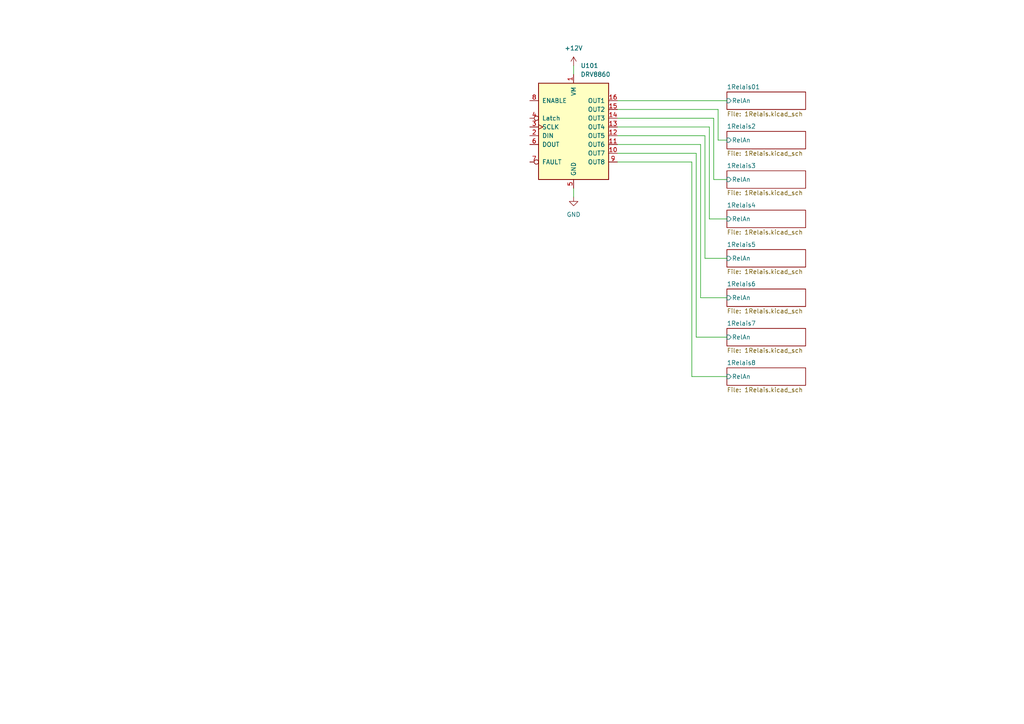
<source format=kicad_sch>
(kicad_sch (version 20211123) (generator eeschema)
  (paper "A4")
  (lib_symbols
    (symbol "Driver_Relay:DRV8860" (pin_names (offset 1.016))
      (property "Reference" "U" (at 10.16 17.78 0))
      (property "Value" "DRV8860" (at 10.16 15.24 0))
      (symbol "DRV8860_0_1"
        (rectangle (start -10.16 15.24) (end 10.16 -12.7) (stroke (width 0.254)) (fill (type background)))
      )
      (symbol "DRV8860_1_1"
        (pin power_in line (at 0 17.78 270) (length 2.54) (name "VM") (number "1"))
        (pin output line (at 12.7 -5.08 180) (length 2.54) (name "OUT7") (number "10"))
        (pin output line (at 12.7 -2.54 180) (length 2.54) (name "OUT6") (number "11"))
        (pin output line (at 12.7 0 180) (length 2.54) (name "OUT5") (number "12"))
        (pin output line (at 12.7 2.54 180) (length 2.54) (name "OUT4") (number "13"))
        (pin output line (at 12.7 5.08 180) (length 2.54) (name "OUT3") (number "14"))
        (pin output line (at 12.7 7.62 180) (length 2.54) (name "OUT2") (number "15"))
        (pin output line (at 12.7 10.16 180) (length 2.54) (name "OUT1") (number "16"))
        (pin input line (at -12.7 0 0) (length 2.54) (name "DIN") (number "2"))
        (pin input clock (at -12.7 2.54 0) (length 2.54) (name "SCLK") (number "3"))
        (pin input inverted (at -12.7 5.08 0) (length 2.54) (name "Latch") (number "4"))
        (pin power_in line (at 0 -15.24 90) (length 2.54) (name "GND") (number "5"))
        (pin output line (at -12.7 -2.54 0) (length 2.54) (name "DOUT") (number "6"))
        (pin open_collector inverted (at -12.7 -7.62 0) (length 2.54) (name "FAULT") (number "7"))
        (pin input line (at -12.7 10.16 0) (length 2.54) (name "ENABLE") (number "8"))
        (pin output line (at 12.7 -7.62 180) (length 2.54) (name "OUT8") (number "9"))
      )
    )
    (symbol "power:+12V" (power) (pin_names (offset 0))
      (property "Value" "+12V" (at 0 3.556 0))
      (symbol "+12V_0_1"
        (polyline (pts (xy -0.762 1.27) (xy 0 2.54)))
        (polyline (pts (xy 0 0) (xy 0 2.54)))
        (polyline (pts (xy 0 2.54) (xy 0.762 1.27)))
      )
      (symbol "+12V_1_1"
        (pin power_in line (at 0 0 90) (length 0) hide (name "+12V") (number "1"))
      )
    )
    (symbol "power:GND" (power) (pin_names (offset 0))
      (property "Value" "GND" (at 0 -3.81 0))
      (symbol "GND_0_1"
        (polyline (pts (xy 0 0) (xy 0 -1.27) (xy 1.27 -1.27) (xy 0 -2.54) (xy -1.27 -1.27) (xy 0 -1.27)))
      )
      (symbol "GND_1_1"
        (pin power_in line (at 0 0 270) (length 0) hide (name "GND") (number "1"))
      )
    )
  )
  (wire (pts (xy 203.2 41.91) (xy 203.2 86.36)))
  (wire (pts (xy 179.07 39.37) (xy 204.47 39.37)))
  (wire (pts (xy 201.93 44.45) (xy 201.93 97.79)))
  (wire (pts (xy 205.74 63.5) (xy 210.82 63.5)))
  (wire (pts (xy 179.07 29.21) (xy 210.82 29.21)))
  (wire (pts (xy 204.47 39.37) (xy 204.47 74.93)))
  (wire (pts (xy 204.47 74.93) (xy 210.82 74.93)))
  (wire (pts (xy 207.01 34.29) (xy 207.01 52.07)))
  (wire (pts (xy 179.07 36.83) (xy 205.74 36.83)))
  (wire (pts (xy 179.07 46.99) (xy 200.66 46.99)))
  (wire (pts (xy 208.28 31.75) (xy 208.28 40.64)))
  (wire (pts (xy 179.07 41.91) (xy 203.2 41.91)))
  (wire (pts (xy 208.28 40.64) (xy 210.82 40.64)))
  (wire (pts (xy 201.93 97.79) (xy 210.82 97.79)))
  (wire (pts (xy 205.74 36.83) (xy 205.74 63.5)))
  (wire (pts (xy 166.37 54.61) (xy 166.37 57.15)))
  (wire (pts (xy 207.01 52.07) (xy 210.82 52.07)))
  (wire (pts (xy 179.07 44.45) (xy 201.93 44.45)))
  (wire (pts (xy 179.07 34.29) (xy 207.01 34.29)))
  (wire (pts (xy 200.66 46.99) (xy 200.66 109.22)))
  (wire (pts (xy 166.37 19.05) (xy 166.37 21.59)))
  (wire (pts (xy 203.2 86.36) (xy 210.82 86.36)))
  (wire (pts (xy 179.07 31.75) (xy 208.28 31.75)))
  (wire (pts (xy 200.66 109.22) (xy 210.82 109.22)))
  (symbol (lib_id "Driver_Relay:DRV8860") (at 166.37 39.37 0) (unit 1)
    (property "Reference" "U101" (at 168.3894 19.05 0) (effects (justify left)))
    (property "Value" "DRV8860" (at 168.3894 21.59 0) (effects (justify left)))
    (property "Footprint" "Package_SO:TSSOP-16_4.4x5mm_P0.65mm" (effects hide))
    (property "Datasheet" "http://www.ti.com/lit/ds/symlink/drv8860.pdf" (effects hide))
  )
  (symbol (lib_id "power:+12V") (at 166.37 19.05 0) (unit 1)
    (property "Reference" "#PWR?" (effects hide))
    (property "Value" "+12V" (at 166.37 13.97 0))
  )
  (symbol (lib_id "power:GND") (at 166.37 57.15 0) (unit 1)
    (property "Reference" "#PWR?" (effects hide))
    (property "Value" "GND" (at 166.37 62.23 0))
  )
  (sheet (at 210.82 26.67) (size 22.86 5.08) (stroke (width 0.1524))
    (property "Sheet name" "1Relais01" (at 210.82 25.9584 0) (effects (justify left bottom)))
    (property "Sheet file" "1Relais.kicad_sch" (at 210.82 32.3346 0) (effects (justify left top)))
    (pin "RelAn" input (at 210.82 29.21 180))
  )
  (sheet (at 210.82 38.1) (size 22.86 5.08) (stroke (width 0.1524))
    (property "Sheet name" "1Relais2" (at 210.82 37.3884 0) (effects (justify left bottom)))
    (property "Sheet file" "1Relais.kicad_sch" (at 210.82 43.7646 0) (effects (justify left top)))
    (pin "RelAn" input (at 210.82 40.64 180))
  )
  (sheet (at 210.82 106.68) (size 22.86 5.08) (stroke (width 0.1524))
    (property "Sheet name" "1Relais8" (at 210.82 105.9684 0) (effects (justify left bottom)))
    (property "Sheet file" "1Relais.kicad_sch" (at 210.82 112.3446 0) (effects (justify left top)))
    (pin "RelAn" input (at 210.82 109.22 180))
  )
  (sheet (at 210.82 60.96) (size 22.86 5.08) (stroke (width 0.1524))
    (property "Sheet name" "1Relais4" (at 210.82 60.2484 0) (effects (justify left bottom)))
    (property "Sheet file" "1Relais.kicad_sch" (at 210.82 66.6246 0) (effects (justify left top)))
    (pin "RelAn" input (at 210.82 63.5 180))
  )
  (sheet (at 210.82 95.25) (size 22.86 5.08) (stroke (width 0.1524))
    (property "Sheet name" "1Relais7" (at 210.82 94.5384 0) (effects (justify left bottom)))
    (property "Sheet file" "1Relais.kicad_sch" (at 210.82 100.9146 0) (effects (justify left top)))
    (pin "RelAn" input (at 210.82 97.79 180))
  )
  (sheet (at 210.82 72.39) (size 22.86 5.08) (stroke (width 0.1524))
    (property "Sheet name" "1Relais5" (at 210.82 71.6784 0) (effects (justify left bottom)))
    (property "Sheet file" "1Relais.kicad_sch" (at 210.82 78.0546 0) (effects (justify left top)))
    (pin "RelAn" input (at 210.82 74.93 180))
  )
  (sheet (at 210.82 83.82) (size 22.86 5.08) (stroke (width 0.1524))
    (property "Sheet name" "1Relais6" (at 210.82 83.1084 0) (effects (justify left bottom)))
    (property "Sheet file" "1Relais.kicad_sch" (at 210.82 89.4846 0) (effects (justify left top)))
    (pin "RelAn" input (at 210.82 86.36 180))
  )
  (sheet (at 210.82 49.53) (size 22.86 5.08) (stroke (width 0.1524))
    (property "Sheet name" "1Relais3" (at 210.82 48.8184 0) (effects (justify left bottom)))
    (property "Sheet file" "1Relais.kicad_sch" (at 210.82 55.1946 0) (effects (justify left top)))
    (pin "RelAn" input (at 210.82 52.07 180))
  )
)
</source>
